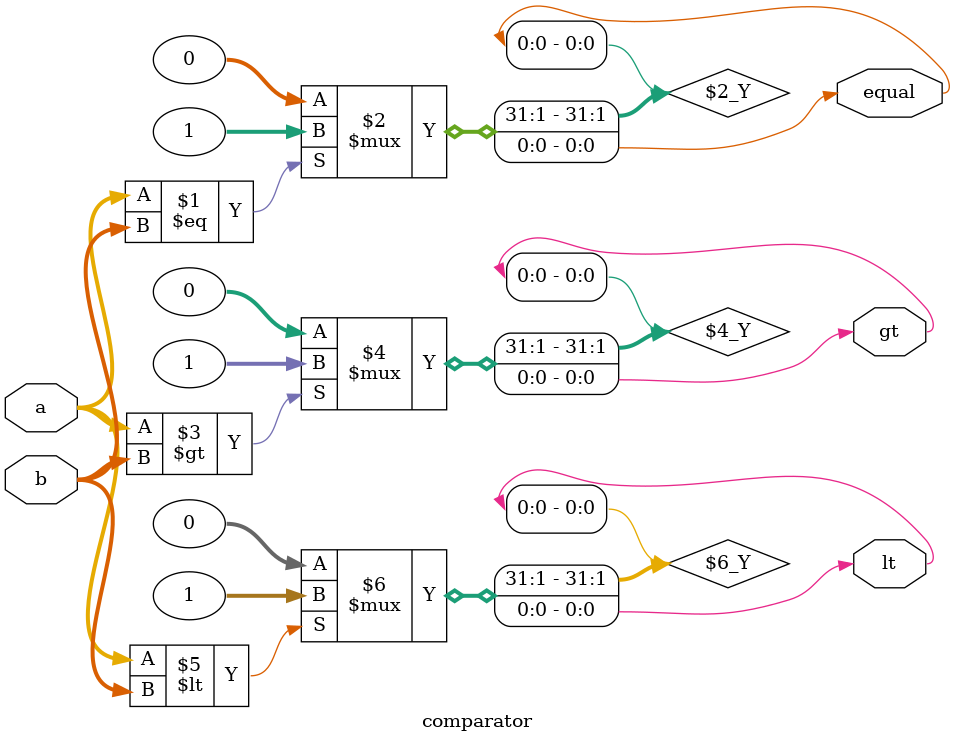
<source format=v>
module comparator ( // 3-bit comparator
    input [2:0] a, b,
    output equal, gt, lt // greater than, less than
);

    assign equal = (a == b) ? 1 : 0;
    assign gt = (a > b) ? 1 : 0;
    assign lt = (a < b) ? 1 : 0;

endmodule
</source>
